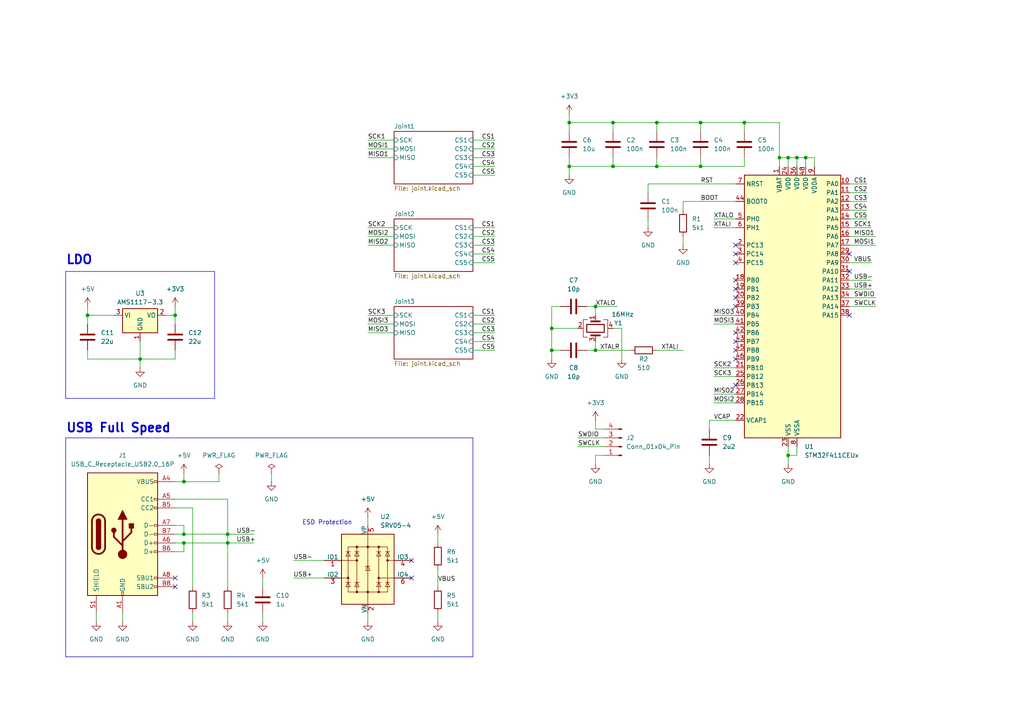
<source format=kicad_sch>
(kicad_sch (version 20231120) (generator "eeschema") (generator_version "8.0")
  (paper "A4")
  (lib_symbols
    (symbol "Connector:Conn_01x04_Pin" (pin_names (offset 1.016) hide)
      (property "Reference" "J" (at 0 5.08 0))
      (property "Value" "Conn_01x04_Pin" (at 0 -7.62 0))
      (symbol "Conn_01x04_Pin_1_1"
        (polyline (pts (xy 1.27 -5.08) (xy 0.8636 -5.08)) (stroke (width 0.1524)))
        (polyline (pts (xy 1.27 -2.54) (xy 0.8636 -2.54)) (stroke (width 0.1524)))
        (polyline (pts (xy 1.27 0) (xy 0.8636 0)) (stroke (width 0.1524)))
        (polyline (pts (xy 1.27 2.54) (xy 0.8636 2.54)) (stroke (width 0.1524)))
        (rectangle (start 0.8636 -4.953) (end 0 -5.207) (stroke (width 0.1524)) (fill (type outline)))
        (rectangle (start 0.8636 -2.413) (end 0 -2.667) (stroke (width 0.1524)) (fill (type outline)))
        (rectangle (start 0.8636 0.127) (end 0 -0.127) (stroke (width 0.1524)) (fill (type outline)))
        (rectangle (start 0.8636 2.667) (end 0 2.413) (stroke (width 0.1524)) (fill (type outline)))
        (pin passive line (at 5.08 2.54 180) (length 3.81) (name "Pin_1") (number "1"))
        (pin passive line (at 5.08 0 180) (length 3.81) (name "Pin_2") (number "2"))
        (pin passive line (at 5.08 -2.54 180) (length 3.81) (name "Pin_3") (number "3"))
        (pin passive line (at 5.08 -5.08 180) (length 3.81) (name "Pin_4") (number "4"))
      )
    )
    (symbol "Connector:USB_C_Receptacle_USB2.0_16P" (pin_names (offset 1.016))
      (property "Reference" "J" (at 0 22.225 0))
      (property "Value" "USB_C_Receptacle_USB2.0_16P" (at 0 19.685 0))
      (symbol "USB_C_Receptacle_USB2.0_16P_0_0"
        (rectangle (start -0.254 -17.78) (end 0.254 -16.764))
        (rectangle (start 10.16 -14.986) (end 9.144 -15.494))
        (rectangle (start 10.16 -12.446) (end 9.144 -12.954))
        (rectangle (start 10.16 -4.826) (end 9.144 -5.334))
        (rectangle (start 10.16 -2.286) (end 9.144 -2.794))
        (rectangle (start 10.16 0.254) (end 9.144 -0.254))
        (rectangle (start 10.16 2.794) (end 9.144 2.286))
        (rectangle (start 10.16 7.874) (end 9.144 7.366))
        (rectangle (start 10.16 10.414) (end 9.144 9.906))
        (rectangle (start 10.16 15.494) (end 9.144 14.986))
      )
      (symbol "USB_C_Receptacle_USB2.0_16P_0_1"
        (rectangle (start -10.16 17.78) (end 10.16 -17.78) (stroke (width 0.254)) (fill (type background)))
        (arc (start -8.89 -3.81) (mid -6.985 -5.7067) (end -5.08 -3.81) (stroke (width 0.508)))
        (arc (start -7.62 -3.81) (mid -6.985 -4.4423) (end -6.35 -3.81) (stroke (width 0.254)))
        (arc (start -7.62 -3.81) (mid -6.985 -4.4423) (end -6.35 -3.81) (stroke (width 0.254)) (fill (type outline)))
        (rectangle (start -7.62 -3.81) (end -6.35 3.81) (stroke (width 0.254)) (fill (type outline)))
        (arc (start -6.35 3.81) (mid -6.985 4.4423) (end -7.62 3.81) (stroke (width 0.254)))
        (arc (start -6.35 3.81) (mid -6.985 4.4423) (end -7.62 3.81) (stroke (width 0.254)) (fill (type outline)))
        (arc (start -5.08 3.81) (mid -6.985 5.7067) (end -8.89 3.81) (stroke (width 0.508)))
        (circle (center -2.54 1.143) (radius 0.635) (stroke (width 0.254)) (fill (type outline)))
        (circle (center 0 -5.842) (radius 1.27) (fill (type outline)))
        (polyline (pts (xy -8.89 -3.81) (xy -8.89 3.81)) (stroke (width 0.508)))
        (polyline (pts (xy -5.08 3.81) (xy -5.08 -3.81)) (stroke (width 0.508)))
        (polyline (pts (xy 0 -5.842) (xy 0 4.318)) (stroke (width 0.508)))
        (polyline (pts (xy 0 -3.302) (xy -2.54 -0.762) (xy -2.54 0.508)) (stroke (width 0.508)))
        (polyline (pts (xy 0 -2.032) (xy 2.54 0.508) (xy 2.54 1.778)) (stroke (width 0.508)))
        (polyline (pts (xy -1.27 4.318) (xy 0 6.858) (xy 1.27 4.318) (xy -1.27 4.318)) (stroke (width 0.254)) (fill (type outline)))
        (rectangle (start 1.905 1.778) (end 3.175 3.048) (stroke (width 0.254)) (fill (type outline)))
      )
      (symbol "USB_C_Receptacle_USB2.0_16P_1_1"
        (pin passive line (at 0 -22.86 90) (length 5.08) (name "GND") (number "A1"))
        (pin passive line (at 0 -22.86 90) (length 5.08) hide (name "GND") (number "A12"))
        (pin passive line (at 15.24 15.24 180) (length 5.08) (name "VBUS") (number "A4"))
        (pin bidirectional line (at 15.24 10.16 180) (length 5.08) (name "CC1") (number "A5"))
        (pin bidirectional line (at 15.24 -2.54 180) (length 5.08) (name "D+") (number "A6"))
        (pin bidirectional line (at 15.24 2.54 180) (length 5.08) (name "D-") (number "A7"))
        (pin bidirectional line (at 15.24 -12.7 180) (length 5.08) (name "SBU1") (number "A8"))
        (pin passive line (at 15.24 15.24 180) (length 5.08) hide (name "VBUS") (number "A9"))
        (pin passive line (at 0 -22.86 90) (length 5.08) hide (name "GND") (number "B1"))
        (pin passive line (at 0 -22.86 90) (length 5.08) hide (name "GND") (number "B12"))
        (pin passive line (at 15.24 15.24 180) (length 5.08) hide (name "VBUS") (number "B4"))
        (pin bidirectional line (at 15.24 7.62 180) (length 5.08) (name "CC2") (number "B5"))
        (pin bidirectional line (at 15.24 -5.08 180) (length 5.08) (name "D+") (number "B6"))
        (pin bidirectional line (at 15.24 0 180) (length 5.08) (name "D-") (number "B7"))
        (pin bidirectional line (at 15.24 -15.24 180) (length 5.08) (name "SBU2") (number "B8"))
        (pin passive line (at 15.24 15.24 180) (length 5.08) hide (name "VBUS") (number "B9"))
        (pin passive line (at -7.62 -22.86 90) (length 5.08) (name "SHIELD") (number "S1"))
      )
    )
    (symbol "Device:C" (pin_numbers hide) (pin_names (offset 0.254))
      (property "Reference" "C" (at 0.635 2.54 0))
      (property "Value" "C" (at 0.635 -2.54 0))
      (symbol "C_0_1"
        (polyline (pts (xy -2.032 -0.762) (xy 2.032 -0.762)) (stroke (width 0.508)))
        (polyline (pts (xy -2.032 0.762) (xy 2.032 0.762)) (stroke (width 0.508)))
      )
      (symbol "C_1_1"
        (pin passive line (at 0 3.81 270) (length 2.794) (name "~") (number "1"))
        (pin passive line (at 0 -3.81 90) (length 2.794) (name "~") (number "2"))
      )
    )
    (symbol "Device:Crystal_GND24" (pin_names (offset 1.016) hide)
      (property "Reference" "Y" (at 3.175 5.08 0))
      (property "Value" "Crystal_GND24" (at 3.175 3.175 0))
      (symbol "Crystal_GND24_0_1"
        (rectangle (start -1.143 2.54) (end 1.143 -2.54) (stroke (width 0.3048)))
        (polyline (pts (xy -2.54 0) (xy -2.032 0)))
        (polyline (pts (xy -2.032 -1.27) (xy -2.032 1.27)) (stroke (width 0.508)))
        (polyline (pts (xy 0 -3.81) (xy 0 -3.556)))
        (polyline (pts (xy 0 3.556) (xy 0 3.81)))
        (polyline (pts (xy 2.032 -1.27) (xy 2.032 1.27)) (stroke (width 0.508)))
        (polyline (pts (xy 2.032 0) (xy 2.54 0)))
        (polyline (pts (xy -2.54 -2.286) (xy -2.54 -3.556) (xy 2.54 -3.556) (xy 2.54 -2.286)))
        (polyline (pts (xy -2.54 2.286) (xy -2.54 3.556) (xy 2.54 3.556) (xy 2.54 2.286)))
      )
      (symbol "Crystal_GND24_1_1"
        (pin passive line (at -3.81 0 0) (length 1.27) (name "1") (number "1"))
        (pin passive line (at 0 5.08 270) (length 1.27) (name "2") (number "2"))
        (pin passive line (at 3.81 0 180) (length 1.27) (name "3") (number "3"))
        (pin passive line (at 0 -5.08 90) (length 1.27) (name "4") (number "4"))
      )
    )
    (symbol "Device:R" (pin_numbers hide) (pin_names (offset 0))
      (property "Reference" "R" (at 2.032 0 90))
      (property "Value" "R" (at 0 0 90))
      (symbol "R_0_1"
        (rectangle (start -1.016 -2.54) (end 1.016 2.54) (stroke (width 0.254)))
      )
      (symbol "R_1_1"
        (pin passive line (at 0 3.81 270) (length 1.27) (name "~") (number "1"))
        (pin passive line (at 0 -3.81 90) (length 1.27) (name "~") (number "2"))
      )
    )
    (symbol "GND_14" (power) (pin_numbers hide) (pin_names (offset 0) hide)
      (property "Value" "GND" (at 0 -3.81 0))
      (symbol "GND_14_0_1"
        (polyline (pts (xy 0 0) (xy 0 -1.27) (xy 1.27 -1.27) (xy 0 -2.54) (xy -1.27 -1.27) (xy 0 -1.27)))
      )
      (symbol "GND_14_1_1"
        (pin power_in line (at 0 0 270) (length 0) (name "~") (number "1"))
      )
    )
    (symbol "GND_4" (power) (pin_numbers hide) (pin_names (offset 0) hide)
      (property "Value" "GND" (at 0 -3.81 0))
      (symbol "GND_4_0_1"
        (polyline (pts (xy 0 0) (xy 0 -1.27) (xy 1.27 -1.27) (xy 0 -2.54) (xy -1.27 -1.27) (xy 0 -1.27)))
      )
      (symbol "GND_4_1_1"
        (pin power_in line (at 0 0 270) (length 0) (name "~") (number "1"))
      )
    )
    (symbol "MCU_ST_STM32F4:STM32F411CEUx"
      (property "Reference" "U" (at -12.7 39.37 0))
      (property "Value" "STM32F411CEUx" (at 10.16 39.37 0))
      (symbol "STM32F411CEUx_0_1"
        (rectangle (start -12.7 -38.1) (end 15.24 38.1) (stroke (width 0.254)) (fill (type background)))
      )
      (symbol "STM32F411CEUx_1_1"
        (pin power_in line (at -2.54 40.64 270) (length 2.54) (name "VBAT") (number "1"))
        (pin bidirectional line (at 17.78 35.56 180) (length 2.54) (name "PA0") (number "10"))
        (pin bidirectional line (at 17.78 33.02 180) (length 2.54) (name "PA1") (number "11"))
        (pin bidirectional line (at 17.78 30.48 180) (length 2.54) (name "PA2") (number "12"))
        (pin bidirectional line (at 17.78 27.94 180) (length 2.54) (name "PA3") (number "13"))
        (pin bidirectional line (at 17.78 25.4 180) (length 2.54) (name "PA4") (number "14"))
        (pin bidirectional line (at 17.78 22.86 180) (length 2.54) (name "PA5") (number "15"))
        (pin bidirectional line (at 17.78 20.32 180) (length 2.54) (name "PA6") (number "16"))
        (pin bidirectional line (at 17.78 17.78 180) (length 2.54) (name "PA7") (number "17"))
        (pin bidirectional line (at -15.24 7.62 0) (length 2.54) (name "PB0") (number "18"))
        (pin bidirectional line (at -15.24 5.08 0) (length 2.54) (name "PB1") (number "19"))
        (pin bidirectional line (at -15.24 17.78 0) (length 2.54) (name "PC13") (number "2"))
        (pin bidirectional line (at -15.24 2.54 0) (length 2.54) (name "PB2") (number "20"))
        (pin bidirectional line (at -15.24 -17.78 0) (length 2.54) (name "PB10") (number "21"))
        (pin power_out line (at -15.24 -33.02 0) (length 2.54) (name "VCAP1") (number "22"))
        (pin power_in line (at 0 -40.64 90) (length 2.54) (name "VSS") (number "23"))
        (pin power_in line (at 0 40.64 270) (length 2.54) (name "VDD") (number "24"))
        (pin bidirectional line (at -15.24 -20.32 0) (length 2.54) (name "PB12") (number "25"))
        (pin bidirectional line (at -15.24 -22.86 0) (length 2.54) (name "PB13") (number "26"))
        (pin bidirectional line (at -15.24 -25.4 0) (length 2.54) (name "PB14") (number "27"))
        (pin bidirectional line (at -15.24 -27.94 0) (length 2.54) (name "PB15") (number "28"))
        (pin bidirectional line (at 17.78 15.24 180) (length 2.54) (name "PA8") (number "29"))
        (pin bidirectional line (at -15.24 15.24 0) (length 2.54) (name "PC14") (number "3"))
        (pin bidirectional line (at 17.78 12.7 180) (length 2.54) (name "PA9") (number "30"))
        (pin bidirectional line (at 17.78 10.16 180) (length 2.54) (name "PA10") (number "31"))
        (pin bidirectional line (at 17.78 7.62 180) (length 2.54) (name "PA11") (number "32"))
        (pin bidirectional line (at 17.78 5.08 180) (length 2.54) (name "PA12") (number "33"))
        (pin bidirectional line (at 17.78 2.54 180) (length 2.54) (name "PA13") (number "34"))
        (pin passive line (at 0 -40.64 90) (length 2.54) hide (name "VSS") (number "35"))
        (pin power_in line (at 2.54 40.64 270) (length 2.54) (name "VDD") (number "36"))
        (pin bidirectional line (at 17.78 0 180) (length 2.54) (name "PA14") (number "37"))
        (pin bidirectional line (at 17.78 -2.54 180) (length 2.54) (name "PA15") (number "38"))
        (pin bidirectional line (at -15.24 0 0) (length 2.54) (name "PB3") (number "39"))
        (pin bidirectional line (at -15.24 12.7 0) (length 2.54) (name "PC15") (number "4"))
        (pin bidirectional line (at -15.24 -2.54 0) (length 2.54) (name "PB4") (number "40"))
        (pin bidirectional line (at -15.24 -5.08 0) (length 2.54) (name "PB5") (number "41"))
        (pin bidirectional line (at -15.24 -7.62 0) (length 2.54) (name "PB6") (number "42"))
        (pin bidirectional line (at -15.24 -10.16 0) (length 2.54) (name "PB7") (number "43"))
        (pin input line (at -15.24 30.48 0) (length 2.54) (name "BOOT0") (number "44"))
        (pin bidirectional line (at -15.24 -12.7 0) (length 2.54) (name "PB8") (number "45"))
        (pin bidirectional line (at -15.24 -15.24 0) (length 2.54) (name "PB9") (number "46"))
        (pin passive line (at 0 -40.64 90) (length 2.54) hide (name "VSS") (number "47"))
        (pin power_in line (at 5.08 40.64 270) (length 2.54) (name "VDD") (number "48"))
        (pin passive line (at 0 -40.64 90) (length 2.54) hide (name "VSS") (number "49"))
        (pin bidirectional line (at -15.24 25.4 0) (length 2.54) (name "PH0") (number "5"))
        (pin bidirectional line (at -15.24 22.86 0) (length 2.54) (name "PH1") (number "6"))
        (pin input line (at -15.24 35.56 0) (length 2.54) (name "NRST") (number "7"))
        (pin power_in line (at 2.54 -40.64 90) (length 2.54) (name "VSSA") (number "8"))
        (pin power_in line (at 7.62 40.64 270) (length 2.54) (name "VDDA") (number "9"))
      )
    )
    (symbol "Power_Protection:SRV05-4" (pin_names (offset 0))
      (property "Reference" "U" (at -5.08 11.43 0))
      (property "Value" "SRV05-4" (at 2.54 11.43 0))
      (symbol "SRV05-4_0_0"
        (rectangle (start -5.715 6.477) (end 5.715 -6.604))
        (polyline (pts (xy -3.175 -6.604) (xy -3.175 6.477)))
        (polyline (pts (xy 3.175 6.477) (xy 3.175 -6.604)))
      )
      (symbol "SRV05-4_0_1"
        (rectangle (start -7.62 10.16) (end 7.62 -10.16) (stroke (width 0.254)) (fill (type background)))
        (circle (center -5.715 -2.54) (radius 0.2794) (fill (type outline)))
        (circle (center -3.175 -6.604) (radius 0.2794) (fill (type outline)))
        (circle (center -3.175 2.54) (radius 0.2794) (fill (type outline)))
        (circle (center -3.175 6.477) (radius 0.2794) (fill (type outline)))
        (circle (center 0 -6.604) (radius 0.2794) (fill (type outline)))
        (polyline (pts (xy -7.747 2.54) (xy -3.175 2.54)))
        (polyline (pts (xy -7.62 -2.54) (xy -5.715 -2.54)))
        (polyline (pts (xy -5.08 -3.81) (xy -6.35 -3.81)))
        (polyline (pts (xy -5.08 5.08) (xy -6.35 5.08)))
        (polyline (pts (xy -2.54 -3.81) (xy -3.81 -3.81)))
        (polyline (pts (xy -2.54 5.08) (xy -3.81 5.08)))
        (polyline (pts (xy 0 10.16) (xy 0 -10.16)))
        (polyline (pts (xy 3.81 -3.81) (xy 2.54 -3.81)))
        (polyline (pts (xy 3.81 5.08) (xy 2.54 5.08)))
        (polyline (pts (xy 6.35 -3.81) (xy 5.08 -3.81)))
        (polyline (pts (xy 6.35 5.08) (xy 5.08 5.08)))
        (polyline (pts (xy 7.62 -2.54) (xy 3.175 -2.54)))
        (polyline (pts (xy 7.62 2.54) (xy 5.715 2.54)))
        (polyline (pts (xy 0.635 0.889) (xy -0.635 0.889) (xy -0.635 0.635)))
        (polyline (pts (xy -5.08 -5.08) (xy -6.35 -5.08) (xy -5.715 -3.81) (xy -5.08 -5.08)))
        (polyline (pts (xy -5.08 3.81) (xy -6.35 3.81) (xy -5.715 5.08) (xy -5.08 3.81)))
        (polyline (pts (xy -2.54 -5.08) (xy -3.81 -5.08) (xy -3.175 -3.81) (xy -2.54 -5.08)))
        (polyline (pts (xy -2.54 3.81) (xy -3.81 3.81) (xy -3.175 5.08) (xy -2.54 3.81)))
        (polyline (pts (xy 0.635 -0.381) (xy -0.635 -0.381) (xy 0 0.889) (xy 0.635 -0.381)))
        (polyline (pts (xy 3.81 -5.08) (xy 2.54 -5.08) (xy 3.175 -3.81) (xy 3.81 -5.08)))
        (polyline (pts (xy 3.81 3.81) (xy 2.54 3.81) (xy 3.175 5.08) (xy 3.81 3.81)))
        (polyline (pts (xy 6.35 -5.08) (xy 5.08 -5.08) (xy 5.715 -3.81) (xy 6.35 -5.08)))
        (polyline (pts (xy 6.35 3.81) (xy 5.08 3.81) (xy 5.715 5.08) (xy 6.35 3.81)))
        (circle (center 0 6.477) (radius 0.2794) (fill (type outline)))
        (circle (center 3.175 -6.604) (radius 0.2794) (fill (type outline)))
        (circle (center 3.175 -2.54) (radius 0.2794) (fill (type outline)))
        (circle (center 3.175 6.477) (radius 0.2794) (fill (type outline)))
        (circle (center 5.715 2.54) (radius 0.2794) (fill (type outline)))
      )
      (symbol "SRV05-4_1_1"
        (pin passive line (at -12.7 2.54 0) (length 5.08) (name "IO1") (number "1"))
        (pin passive line (at 0 -12.7 90) (length 2.54) (name "VN") (number "2"))
        (pin passive line (at -12.7 -2.54 0) (length 5.08) (name "IO2") (number "3"))
        (pin passive line (at 12.7 2.54 180) (length 5.08) (name "IO3") (number "4"))
        (pin passive line (at 0 12.7 270) (length 2.54) (name "VP") (number "5"))
        (pin passive line (at 12.7 -2.54 180) (length 5.08) (name "IO4") (number "6"))
      )
    )
    (symbol "Regulator_Linear:AMS1117-3.3"
      (property "Reference" "U" (at -3.81 3.175 0))
      (property "Value" "AMS1117-3.3" (at 0 3.175 0))
      (symbol "AMS1117-3.3_0_1"
        (rectangle (start -5.08 -5.08) (end 5.08 1.905) (stroke (width 0.254)) (fill (type background)))
      )
      (symbol "AMS1117-3.3_1_1"
        (pin power_in line (at 0 -7.62 90) (length 2.54) (name "GND") (number "1"))
        (pin power_out line (at 7.62 0 180) (length 2.54) (name "VO") (number "2"))
        (pin power_in line (at -7.62 0 0) (length 2.54) (name "VI") (number "3"))
      )
    )
    (symbol "VBUS_3" (power) (pin_numbers hide) (pin_names (offset 0) hide)
      (property "Value" "VBUS" (at 0 3.556 0))
      (symbol "VBUS_3_0_1"
        (polyline (pts (xy -0.762 1.27) (xy 0 2.54)))
        (polyline (pts (xy 0 0) (xy 0 2.54)))
        (polyline (pts (xy 0 2.54) (xy 0.762 1.27)))
      )
      (symbol "VBUS_3_1_1"
        (pin power_in line (at 0 0 90) (length 0) (name "~") (number "1"))
      )
    )
    (symbol "power:+3V3" (power) (pin_numbers hide) (pin_names (offset 0) hide)
      (property "Value" "+3V3" (at 0 3.556 0))
      (symbol "+3V3_0_1"
        (polyline (pts (xy -0.762 1.27) (xy 0 2.54)))
        (polyline (pts (xy 0 0) (xy 0 2.54)))
        (polyline (pts (xy 0 2.54) (xy 0.762 1.27)))
      )
      (symbol "+3V3_1_1"
        (pin power_in line (at 0 0 90) (length 0) (name "~") (number "1"))
      )
    )
    (symbol "power:GND" (power) (pin_numbers hide) (pin_names (offset 0) hide)
      (property "Value" "GND" (at 0 -3.81 0))
      (symbol "GND_0_1"
        (polyline (pts (xy 0 0) (xy 0 -1.27) (xy 1.27 -1.27) (xy 0 -2.54) (xy -1.27 -1.27) (xy 0 -1.27)))
      )
      (symbol "GND_1_1"
        (pin power_in line (at 0 0 270) (length 0) (name "~") (number "1"))
      )
    )
    (symbol "power:PWR_FLAG" (power) (pin_numbers hide) (pin_names (offset 0) hide)
      (property "Value" "PWR_FLAG" (at 0 3.81 0))
      (symbol "PWR_FLAG_0_0"
        (pin power_out line (at 0 0 90) (length 0) (name "~") (number "1"))
      )
      (symbol "PWR_FLAG_0_1"
        (polyline (pts (xy 0 0) (xy 0 1.27) (xy -1.016 1.905) (xy 0 2.54) (xy 1.016 1.905) (xy 0 1.27)))
      )
    )
  )
  (junction (at 160.02 101.6))
  (junction (at 50.8 91.44))
  (junction (at 165.1 35.56))
  (junction (at 53.34 157.48))
  (junction (at 40.64 104.14))
  (junction (at 203.2 35.56))
  (junction (at 165.1 48.26))
  (junction (at 172.72 88.9))
  (junction (at 190.5 35.56))
  (junction (at 177.8 35.56))
  (junction (at 25.4 91.44))
  (junction (at 172.72 101.6))
  (junction (at 66.04 154.94))
  (junction (at 231.14 45.72))
  (junction (at 160.02 95.25))
  (junction (at 228.6 45.72))
  (junction (at 53.34 154.94))
  (junction (at 53.34 139.7))
  (junction (at 226.06 45.72))
  (junction (at 66.04 157.48))
  (junction (at 233.68 45.72))
  (junction (at 177.8 48.26))
  (junction (at 228.6 132.08))
  (junction (at 190.5 48.26))
  (junction (at 215.9 35.56))
  (junction (at 203.2 48.26))
  (no_connect (at 119.38 162.56))
  (no_connect (at 213.36 99.06))
  (no_connect (at 213.36 101.6))
  (no_connect (at 213.36 73.66))
  (no_connect (at 119.38 167.64))
  (no_connect (at 246.38 91.44))
  (no_connect (at 50.8 167.64))
  (no_connect (at 246.38 78.74))
  (no_connect (at 246.38 73.66))
  (no_connect (at 213.36 71.12))
  (no_connect (at 213.36 86.36))
  (no_connect (at 213.36 111.76))
  (no_connect (at 213.36 96.52))
  (no_connect (at 213.36 81.28))
  (no_connect (at 213.36 104.14))
  (no_connect (at 213.36 76.2))
  (no_connect (at 50.8 170.18))
  (no_connect (at 213.36 88.9))
  (no_connect (at 213.36 83.82))
  (wire (pts (xy 207.01 116.84) (xy 213.36 116.84)))
  (wire (pts (xy 198.12 68.58) (xy 198.12 71.12)))
  (wire (pts (xy 106.68 40.64) (xy 114.3 40.64)))
  (wire (pts (xy 53.34 154.94) (xy 66.04 154.94)))
  (polyline (pts (xy 100.33 127) (xy 137.16 127)))
  (wire (pts (xy 137.16 76.2) (xy 143.51 76.2)))
  (wire (pts (xy 172.72 88.9) (xy 179.07 88.9)))
  (wire (pts (xy 246.38 71.12) (xy 254 71.12)))
  (wire (pts (xy 50.8 160.02) (xy 53.34 160.02)))
  (wire (pts (xy 172.72 88.9) (xy 170.18 88.9)))
  (wire (pts (xy 213.36 58.42) (xy 198.12 58.42)))
  (polyline (pts (xy 19.05 115.57) (xy 19.05 78.74)))
  (wire (pts (xy 66.04 154.94) (xy 66.04 157.48)))
  (wire (pts (xy 78.74 137.16) (xy 78.74 139.7)))
  (wire (pts (xy 50.8 91.44) (xy 50.8 93.98)))
  (wire (pts (xy 228.6 45.72) (xy 228.6 48.26)))
  (wire (pts (xy 55.88 177.8) (xy 55.88 180.34)))
  (wire (pts (xy 137.16 50.8) (xy 143.51 50.8)))
  (wire (pts (xy 53.34 139.7) (xy 50.8 139.7)))
  (wire (pts (xy 177.8 48.26) (xy 190.5 48.26)))
  (wire (pts (xy 190.5 35.56) (xy 190.5 38.1)))
  (wire (pts (xy 203.2 48.26) (xy 203.2 45.72)))
  (wire (pts (xy 246.38 68.58) (xy 254 68.58)))
  (polyline (pts (xy 19.05 190.5) (xy 19.05 127)))
  (wire (pts (xy 63.5 137.16) (xy 63.5 139.7)))
  (wire (pts (xy 50.8 91.44) (xy 48.26 91.44)))
  (wire (pts (xy 160.02 104.14) (xy 160.02 101.6)))
  (polyline (pts (xy 19.05 127) (xy 100.33 127)))
  (wire (pts (xy 106.68 93.98) (xy 114.3 93.98)))
  (wire (pts (xy 246.38 81.28) (xy 252.73 81.28)))
  (wire (pts (xy 106.68 66.04) (xy 114.3 66.04)))
  (wire (pts (xy 190.5 48.26) (xy 190.5 45.72)))
  (wire (pts (xy 137.16 93.98) (xy 143.51 93.98)))
  (wire (pts (xy 172.72 132.08) (xy 172.72 134.62)))
  (wire (pts (xy 165.1 45.72) (xy 165.1 48.26)))
  (wire (pts (xy 165.1 35.56) (xy 165.1 38.1)))
  (wire (pts (xy 25.4 104.14) (xy 40.64 104.14)))
  (wire (pts (xy 226.06 45.72) (xy 228.6 45.72)))
  (wire (pts (xy 137.16 45.72) (xy 143.51 45.72)))
  (wire (pts (xy 137.16 101.6) (xy 143.51 101.6)))
  (wire (pts (xy 160.02 95.25) (xy 160.02 88.9)))
  (wire (pts (xy 233.68 45.72) (xy 236.22 45.72)))
  (wire (pts (xy 40.64 99.06) (xy 40.64 104.14)))
  (wire (pts (xy 165.1 48.26) (xy 177.8 48.26)))
  (wire (pts (xy 50.8 154.94) (xy 53.34 154.94)))
  (wire (pts (xy 66.04 154.94) (xy 73.66 154.94)))
  (wire (pts (xy 172.72 101.6) (xy 182.88 101.6)))
  (wire (pts (xy 180.34 95.25) (xy 177.8 95.25)))
  (wire (pts (xy 246.38 63.5) (xy 251.46 63.5)))
  (wire (pts (xy 53.34 157.48) (xy 66.04 157.48)))
  (wire (pts (xy 207.01 66.04) (xy 213.36 66.04)))
  (wire (pts (xy 246.38 55.88) (xy 251.46 55.88)))
  (wire (pts (xy 106.68 177.8) (xy 106.68 180.34)))
  (wire (pts (xy 236.22 45.72) (xy 236.22 48.26)))
  (wire (pts (xy 55.88 170.18) (xy 55.88 147.32)))
  (wire (pts (xy 76.2 167.64) (xy 76.2 170.18)))
  (wire (pts (xy 226.06 45.72) (xy 226.06 35.56)))
  (wire (pts (xy 137.16 99.06) (xy 143.51 99.06)))
  (wire (pts (xy 231.14 45.72) (xy 231.14 48.26)))
  (wire (pts (xy 177.8 45.72) (xy 177.8 48.26)))
  (wire (pts (xy 66.04 177.8) (xy 66.04 180.34)))
  (wire (pts (xy 203.2 35.56) (xy 203.2 38.1)))
  (wire (pts (xy 25.4 101.6) (xy 25.4 104.14)))
  (wire (pts (xy 187.96 63.5) (xy 187.96 66.04)))
  (wire (pts (xy 137.16 66.04) (xy 143.51 66.04)))
  (wire (pts (xy 137.16 43.18) (xy 143.51 43.18)))
  (wire (pts (xy 106.68 43.18) (xy 114.3 43.18)))
  (wire (pts (xy 165.1 33.02) (xy 165.1 35.56)))
  (wire (pts (xy 172.72 132.08) (xy 175.26 132.08)))
  (wire (pts (xy 207.01 109.22) (xy 213.36 109.22)))
  (wire (pts (xy 55.88 147.32) (xy 50.8 147.32)))
  (wire (pts (xy 25.4 93.98) (xy 25.4 91.44)))
  (wire (pts (xy 198.12 58.42) (xy 198.12 60.96)))
  (wire (pts (xy 137.16 68.58) (xy 143.51 68.58)))
  (wire (pts (xy 207.01 63.5) (xy 213.36 63.5)))
  (wire (pts (xy 172.72 124.46) (xy 175.26 124.46)))
  (wire (pts (xy 205.74 124.46) (xy 205.74 121.92)))
  (wire (pts (xy 177.8 35.56) (xy 190.5 35.56)))
  (wire (pts (xy 63.5 139.7) (xy 53.34 139.7)))
  (wire (pts (xy 207.01 106.68) (xy 213.36 106.68)))
  (wire (pts (xy 66.04 157.48) (xy 73.66 157.48)))
  (wire (pts (xy 190.5 101.6) (xy 198.12 101.6)))
  (wire (pts (xy 228.6 129.54) (xy 228.6 132.08)))
  (wire (pts (xy 53.34 152.4) (xy 53.34 154.94)))
  (wire (pts (xy 246.38 60.96) (xy 251.46 60.96)))
  (wire (pts (xy 106.68 71.12) (xy 114.3 71.12)))
  (wire (pts (xy 160.02 101.6) (xy 160.02 95.25)))
  (wire (pts (xy 40.64 104.14) (xy 40.64 106.68)))
  (wire (pts (xy 85.09 162.56) (xy 93.98 162.56)))
  (wire (pts (xy 215.9 35.56) (xy 226.06 35.56)))
  (polyline (pts (xy 62.23 115.57) (xy 19.05 115.57)))
  (wire (pts (xy 35.56 177.8) (xy 35.56 180.34)))
  (wire (pts (xy 205.74 132.08) (xy 205.74 134.62)))
  (wire (pts (xy 66.04 144.78) (xy 66.04 154.94)))
  (wire (pts (xy 66.04 157.48) (xy 66.04 170.18)))
  (polyline (pts (xy 22.86 78.74) (xy 62.23 78.74)))
  (wire (pts (xy 187.96 55.88) (xy 187.96 53.34)))
  (wire (pts (xy 53.34 160.02) (xy 53.34 157.48)))
  (wire (pts (xy 228.6 132.08) (xy 231.14 132.08)))
  (wire (pts (xy 160.02 88.9) (xy 162.56 88.9)))
  (polyline (pts (xy 137.16 190.5) (xy 19.05 190.5)))
  (wire (pts (xy 233.68 45.72) (xy 233.68 48.26)))
  (wire (pts (xy 167.64 127) (xy 175.26 127)))
  (wire (pts (xy 165.1 48.26) (xy 165.1 50.8)))
  (wire (pts (xy 172.72 91.44) (xy 172.72 88.9)))
  (wire (pts (xy 172.72 101.6) (xy 170.18 101.6)))
  (polyline (pts (xy 19.05 78.74) (xy 22.86 78.74)))
  (wire (pts (xy 172.72 99.06) (xy 172.72 101.6)))
  (wire (pts (xy 228.6 45.72) (xy 231.14 45.72)))
  (wire (pts (xy 160.02 101.6) (xy 162.56 101.6)))
  (wire (pts (xy 85.09 167.64) (xy 93.98 167.64)))
  (wire (pts (xy 167.64 129.54) (xy 175.26 129.54)))
  (wire (pts (xy 226.06 48.26) (xy 226.06 45.72)))
  (wire (pts (xy 203.2 48.26) (xy 215.9 48.26)))
  (wire (pts (xy 190.5 48.26) (xy 203.2 48.26)))
  (wire (pts (xy 137.16 73.66) (xy 143.51 73.66)))
  (wire (pts (xy 50.8 144.78) (xy 66.04 144.78)))
  (wire (pts (xy 137.16 40.64) (xy 143.51 40.64)))
  (wire (pts (xy 190.5 35.56) (xy 203.2 35.56)))
  (wire (pts (xy 127 177.8) (xy 127 180.34)))
  (wire (pts (xy 137.16 91.44) (xy 143.51 91.44)))
  (wire (pts (xy 228.6 132.08) (xy 228.6 134.62)))
  (wire (pts (xy 187.96 53.34) (xy 213.36 53.34)))
  (polyline (pts (xy 137.16 127) (xy 137.16 190.5)))
  (wire (pts (xy 40.64 104.14) (xy 50.8 104.14)))
  (wire (pts (xy 246.38 66.04) (xy 252.73 66.04)))
  (wire (pts (xy 127 165.1) (xy 127 170.18)))
  (wire (pts (xy 207.01 93.98) (xy 213.36 93.98)))
  (wire (pts (xy 27.94 177.8) (xy 27.94 180.34)))
  (wire (pts (xy 25.4 88.9) (xy 25.4 91.44)))
  (wire (pts (xy 177.8 35.56) (xy 177.8 38.1)))
  (wire (pts (xy 246.38 58.42) (xy 251.46 58.42)))
  (wire (pts (xy 106.68 68.58) (xy 114.3 68.58)))
  (wire (pts (xy 246.38 86.36) (xy 254 86.36)))
  (wire (pts (xy 231.14 45.72) (xy 233.68 45.72)))
  (wire (pts (xy 246.38 83.82) (xy 252.73 83.82)))
  (wire (pts (xy 215.9 35.56) (xy 215.9 38.1)))
  (wire (pts (xy 50.8 152.4) (xy 53.34 152.4)))
  (wire (pts (xy 215.9 48.26) (xy 215.9 45.72)))
  (polyline (pts (xy 62.23 78.74) (xy 62.23 115.57)))
  (wire (pts (xy 106.68 96.52) (xy 114.3 96.52)))
  (wire (pts (xy 106.68 149.86) (xy 106.68 152.4)))
  (wire (pts (xy 106.68 91.44) (xy 114.3 91.44)))
  (wire (pts (xy 246.38 53.34) (xy 251.46 53.34)))
  (wire (pts (xy 137.16 48.26) (xy 143.51 48.26)))
  (wire (pts (xy 165.1 35.56) (xy 177.8 35.56)))
  (wire (pts (xy 172.72 121.92) (xy 172.72 124.46)))
  (wire (pts (xy 53.34 137.16) (xy 53.34 139.7)))
  (wire (pts (xy 50.8 157.48) (xy 53.34 157.48)))
  (wire (pts (xy 231.14 132.08) (xy 231.14 129.54)))
  (wire (pts (xy 160.02 95.25) (xy 167.64 95.25)))
  (wire (pts (xy 203.2 35.56) (xy 215.9 35.56)))
  (wire (pts (xy 127 154.94) (xy 127 157.48)))
  (wire (pts (xy 76.2 177.8) (xy 76.2 180.34)))
  (wire (pts (xy 207.01 114.3) (xy 213.36 114.3)))
  (wire (pts (xy 137.16 71.12) (xy 143.51 71.12)))
  (wire (pts (xy 50.8 104.14) (xy 50.8 101.6)))
  (wire (pts (xy 106.68 45.72) (xy 114.3 45.72)))
  (wire (pts (xy 207.01 91.44) (xy 213.36 91.44)))
  (wire (pts (xy 205.74 121.92) (xy 213.36 121.92)))
  (wire (pts (xy 25.4 91.44) (xy 33.02 91.44)))
  (wire (pts (xy 246.38 88.9) (xy 254 88.9)))
  (wire (pts (xy 180.34 95.25) (xy 180.34 104.14)))
  (wire (pts (xy 246.38 76.2) (xy 252.73 76.2)))
  (wire (pts (xy 50.8 88.9) (xy 50.8 91.44)))
  (wire (pts (xy 137.16 96.52) (xy 143.51 96.52)))
  (text "USB Full Speed" (at 19.05 125.73 0) (effects (font (size 2.54 2.54) (thickness 0.508) (bold yes)) (justify left bottom)))
  (text "LDO" (at 19.05 76.962 0) (effects (font (size 2.54 2.54) (thickness 0.508) (bold yes)) (justify left bottom)))
  (text "ESD Protection" (at 87.63 152.4 0) (effects (font (size 1.27 1.27)) (justify left bottom)))
  (label "CS4" (at 139.7 99.06 0))
  (label "USB-" (at 247.65 81.28 0))
  (label "CS5" (at 139.7 101.6 0))
  (label "USB+" (at 247.6028 83.82 0))
  (label "SCK3" (at 207.01 109.22 0))
  (label "MISO1" (at 106.68 45.72 0))
  (label "CS3" (at 139.7 96.52 0))
  (label "SCK1" (at 247.65 66.04 0))
  (label "SCK3" (at 106.68 91.44 0))
  (label "VBUS" (at 127 168.91 0))
  (label "MISO2" (at 106.68 71.12 0))
  (label "XTALR" (at 173.99 101.6 0))
  (label "MOSI3" (at 106.68 93.98 0))
  (label "CS1" (at 139.7 66.04 0))
  (label "XTALI" (at 191.77 101.6 0))
  (label "USB-" (at 85.09 162.56 0))
  (label "MOSI2" (at 106.68 68.58 0))
  (label "CS4" (at 247.65 60.96 0))
  (label "MOSI2" (at 207.01 116.84 0))
  (label "RST" (at 203.2 53.34 0))
  (label "XTALI" (at 207.01 66.04 0))
  (label "CS1" (at 139.7 91.44 0))
  (label "MISO3" (at 106.68 96.52 0))
  (label "CS3" (at 247.65 58.42 0))
  (label "SWDIO" (at 167.64 127 0))
  (label "MOSI1" (at 247.65 71.12 0))
  (label "CS2" (at 139.7 68.58 0))
  (label "CS4" (at 139.7 73.66 0))
  (label "MOSI1" (at 106.68 43.18 0))
  (label "CS2" (at 139.7 93.98 0))
  (label "USB-" (at 68.58 154.94 0))
  (label "CS3" (at 139.7 71.12 0))
  (label "USB+" (at 85.09 167.64 0))
  (label "USB+" (at 68.58 157.48 0))
  (label "SWCLK" (at 247.65 88.9 0))
  (label "CS4" (at 139.7 48.26 0))
  (label "BOOT" (at 203.2 58.42 0))
  (label "CS5" (at 247.65 63.5 0))
  (label "SWCLK" (at 167.64 129.54 0))
  (label "VCAP" (at 207.01 121.92 0))
  (label "CS1" (at 139.7 40.64 0))
  (label "MISO2" (at 207.01 114.3 0))
  (label "CS2" (at 139.7 43.18 0))
  (label "SCK2" (at 106.68 66.04 0))
  (label "MISO1" (at 247.65 68.58 0))
  (label "SCK1" (at 106.68 40.64 0))
  (label "MOSI3" (at 207.01 93.98 0))
  (label "CS3" (at 139.7 45.72 0))
  (label "CS2" (at 247.65 55.88 0))
  (label "SCK2" (at 207.01 106.68 0))
  (label "CS5" (at 139.7 76.2 0))
  (label "CS1" (at 247.65 53.34 0))
  (label "MISO3" (at 207.01 91.44 0))
  (label "CS5" (at 139.7 50.8 0))
  (label "XTALO" (at 172.72 88.9 0))
  (label "SWDIO" (at 247.65 86.36 0))
  (label "XTALO" (at 207.01 63.5 0))
  (label "VBUS" (at 247.65 76.2 0))
  (symbol (lib_id "power:+3V3") (at 165.1 33.02 0) (unit 1)
    (property "Reference" "#PWR015" (effects (hide yes)))
    (property "Value" "+3V3" (at 165.1 27.94 0))
    (property "Description" "Power symbol creates a global label with name \"+3V3\"" (effects (hide yes)))
  )
  (symbol (lib_id "power:GND") (at 55.88 180.34 0) (unit 1)
    (property "Reference" "#PWR08" (effects (hide yes)))
    (property "Value" "GND" (at 55.88 185.42 0))
  )
  (symbol (lib_id "Device:C") (at 215.9 41.91 0) (unit 1)
    (property "Reference" "C5" (at 219.71 40.6399 0) (effects (justify left)))
    (property "Value" "100n" (at 219.71 43.1799 0) (effects (justify left)))
    (property "Footprint" "Capacitor_SMD:C_0402_1005Metric" (effects (hide yes)))
    (property "Description" "Unpolarized capacitor" (effects (hide yes)))
    (property "LCSC" "C1525" (effects (hide yes)))
  )
  (symbol (lib_id "Device:C") (at 166.37 88.9 90) (unit 1)
    (property "Reference" "C7" (at 166.37 81.28 90))
    (property "Value" "10p" (at 166.37 83.82 90))
    (property "Footprint" "Capacitor_SMD:C_0402_1005Metric" (effects (hide yes)))
    (property "LCSC" "C32949" (effects (hide yes)))
  )
  (symbol (lib_name "VBUS_3") (lib_id "power:VBUS") (at 25.4 88.9 0) (unit 1)
    (property "Reference" "#PWR020" (effects (hide yes)))
    (property "Value" "+5V" (at 25.4 83.82 0))
    (property "Description" "Power symbol creates a global label with name \"VBUS\"" (effects (hide yes)))
  )
  (symbol (lib_id "Device:C") (at 50.8 97.79 0) (unit 1)
    (property "Reference" "C12" (at 54.61 96.5199 0) (effects (justify left)))
    (property "Value" "22u" (at 54.61 99.0599 0) (effects (justify left)))
    (property "Footprint" "Capacitor_SMD:C_0603_1608Metric" (effects (hide yes)))
    (property "Description" "Unpolarized capacitor" (effects (hide yes)))
    (property "LCSC" "C59461" (effects (hide yes)))
  )
  (symbol (lib_id "Device:C") (at 203.2 41.91 0) (unit 1)
    (property "Reference" "C4" (at 207.01 40.6399 0) (effects (justify left)))
    (property "Value" "100n" (at 207.01 43.1799 0) (effects (justify left)))
    (property "Footprint" "Capacitor_SMD:C_0402_1005Metric" (effects (hide yes)))
    (property "Description" "Unpolarized capacitor" (effects (hide yes)))
    (property "LCSC" "C1525" (effects (hide yes)))
  )
  (symbol (lib_id "power:GND") (at 66.04 180.34 0) (unit 1)
    (property "Reference" "#PWR09" (effects (hide yes)))
    (property "Value" "GND" (at 66.04 185.42 0))
  )
  (symbol (lib_name "VBUS_3") (lib_id "power:VBUS") (at 106.68 149.86 0) (unit 1)
    (property "Reference" "#PWR04" (effects (hide yes)))
    (property "Value" "+5V" (at 106.68 144.78 0))
    (property "Description" "Power symbol creates a global label with name \"VBUS\"" (effects (hide yes)))
  )
  (symbol (lib_id "Connector:USB_C_Receptacle_USB2.0_16P") (at 35.56 154.94 0) (unit 1)
    (property "Reference" "J1" (at 35.56 132.08 0))
    (property "Value" "USB_C_Receptacle_USB2.0_16P" (at 35.56 134.62 0))
    (property "Footprint" "Connector_USB:USB_C_Receptacle_GCT_USB4105-xx-A_16P_TopMnt_Horizontal" (effects (hide yes)))
    (property "Datasheet" "https://www.usb.org/sites/default/files/documents/usb_type-c.zip" (effects (hide yes)))
    (property "Description" "USB 2.0-only 16P Type-C Receptacle connector" (effects (hide yes)))
    (property "LCSC" "C2765186" (effects (hide yes)))
  )
  (symbol (lib_id "power:GND") (at 198.12 71.12 0) (unit 1)
    (property "Reference" "#PWR012" (effects (hide yes)))
    (property "Value" "GND" (at 198.12 76.2 0))
    (property "Description" "Power symbol creates a global label with name \"GND\" , ground" (effects (hide yes)))
  )
  (symbol (lib_id "Device:R") (at 55.88 173.99 0) (unit 1)
    (property "Reference" "R3" (at 58.42 172.72 0) (effects (justify left)))
    (property "Value" "5k1" (at 58.42 175.26 0) (effects (justify left)))
    (property "Footprint" "Resistor_SMD:R_0402_1005Metric" (effects (hide yes)))
    (property "LCSC" "C25905" (effects (hide yes)))
  )
  (symbol (lib_id "power:PWR_FLAG") (at 78.74 137.16 0) (unit 1)
    (property "Reference" "#FLG02" (effects (hide yes)))
    (property "Value" "PWR_FLAG" (at 78.74 132.08 0))
    (property "Description" "Special symbol for telling ERC where power comes from" (effects (hide yes)))
  )
  (symbol (lib_name "VBUS_3") (lib_id "power:VBUS") (at 53.34 137.16 0) (unit 1)
    (property "Reference" "#PWR02" (effects (hide yes)))
    (property "Value" "+5V" (at 53.34 132.08 0))
    (property "Description" "Power symbol creates a global label with name \"VBUS\"" (effects (hide yes)))
  )
  (symbol (lib_id "Device:C") (at 25.4 97.79 0) (unit 1)
    (property "Reference" "C11" (at 29.21 96.5199 0) (effects (justify left)))
    (property "Value" "22u" (at 29.21 99.0599 0) (effects (justify left)))
    (property "Footprint" "Capacitor_SMD:C_0805_2012Metric" (effects (hide yes)))
    (property "Description" "Unpolarized capacitor" (effects (hide yes)))
    (property "LCSC" "C45783" (effects (hide yes)))
  )
  (symbol (lib_name "VBUS_3") (lib_id "power:VBUS") (at 127 154.94 0) (unit 1)
    (property "Reference" "#PWR024" (effects (hide yes)))
    (property "Value" "+5V" (at 127 149.86 0))
    (property "Description" "Power symbol creates a global label with name \"VBUS\"" (effects (hide yes)))
  )
  (symbol (lib_id "power:GND") (at 165.1 50.8 0) (unit 1)
    (property "Reference" "#PWR014" (effects (hide yes)))
    (property "Value" "GND" (at 165.1 55.88 0))
    (property "Description" "Power symbol creates a global label with name \"GND\" , ground" (effects (hide yes)))
  )
  (symbol (lib_id "Device:C") (at 165.1 41.91 0) (unit 1)
    (property "Reference" "C6" (at 168.91 40.6399 0) (effects (justify left)))
    (property "Value" "10u" (at 168.91 43.1799 0) (effects (justify left)))
    (property "Footprint" "Capacitor_SMD:C_0402_1005Metric" (effects (hide yes)))
    (property "Description" "Unpolarized capacitor" (effects (hide yes)))
    (property "LCSC" "C15525" (effects (hide yes)))
  )
  (symbol (lib_id "power:GND") (at 35.56 180.34 0) (unit 1)
    (property "Reference" "#PWR07" (effects (hide yes)))
    (property "Value" "GND" (at 35.56 185.42 0))
  )
  (symbol (lib_id "power:GND") (at 27.94 180.34 0) (unit 1)
    (property "Reference" "#PWR06" (effects (hide yes)))
    (property "Value" "GND" (at 27.94 185.42 0))
  )
  (symbol (lib_id "Device:R") (at 186.69 101.6 90) (unit 1)
    (property "Reference" "R2" (at 186.69 104.14 90))
    (property "Value" "510" (at 186.69 106.68 90))
    (property "Footprint" "Resistor_SMD:R_0402_1005Metric" (effects (hide yes)))
    (property "LCSC" "C25123" (effects (hide yes)))
  )
  (symbol (lib_id "power:GND") (at 40.64 106.68 0) (unit 1)
    (property "Reference" "#PWR022" (effects (hide yes)))
    (property "Value" "GND" (at 40.64 111.76 0))
    (property "Description" "Power symbol creates a global label with name \"GND\" , ground" (effects (hide yes)))
  )
  (symbol (lib_id "MCU_ST_STM32F4:STM32F411CEUx") (at 228.6 88.9 0) (unit 1)
    (property "Reference" "U1" (at 233.3341 129.54 0) (effects (justify left)))
    (property "Value" "STM32F411CEUx" (at 233.3341 132.08 0) (effects (justify left)))
    (property "Footprint" "Package_DFN_QFN:QFN-48-1EP_7x7mm_P0.5mm_EP5.6x5.6mm" (effects (hide yes)))
    (property "Datasheet" "https://www.st.com/resource/en/datasheet/stm32f411ce.pdf" (effects (hide yes)))
    (property "Description" "STMicroelectronics Arm Cortex-M4 MCU, 512KB flash, 128KB RAM, 100 MHz, 1.7-3.6V, 36 GPIO, UFQFPN48" (effects (hide yes)))
    (property "LCSC" "C60420" (effects (hide yes)))
  )
  (symbol (lib_id "Device:R") (at 127 161.29 0) (unit 1)
    (property "Reference" "R6" (at 129.54 160.02 0) (effects (justify left)))
    (property "Value" "5k1" (at 129.54 162.56 0) (effects (justify left)))
    (property "Footprint" "Resistor_SMD:R_0402_1005Metric" (effects (hide yes)))
    (property "LCSC" "C25905" (effects (hide yes)))
  )
  (symbol (lib_id "Device:C") (at 166.37 101.6 90) (unit 1)
    (property "Reference" "C8" (at 166.37 106.68 90))
    (property "Value" "10p" (at 166.37 109.22 90))
    (property "Footprint" "Capacitor_SMD:C_0402_1005Metric" (effects (hide yes)))
    (property "LCSC" "C32949" (effects (hide yes)))
  )
  (symbol (lib_id "power:GND") (at 106.68 180.34 0) (unit 1)
    (property "Reference" "#PWR010" (effects (hide yes)))
    (property "Value" "GND" (at 106.68 185.42 0))
  )
  (symbol (lib_id "power:GND") (at 228.6 134.62 0) (unit 1)
    (property "Reference" "#PWR01" (effects (hide yes)))
    (property "Value" "GND" (at 228.6 139.7 0))
    (property "Description" "Power symbol creates a global label with name \"GND\" , ground" (effects (hide yes)))
  )
  (symbol (lib_id "power:+3V3") (at 50.8 88.9 0) (unit 1)
    (property "Reference" "#PWR021" (effects (hide yes)))
    (property "Value" "+3V3" (at 50.8 83.82 0))
    (property "Description" "Power symbol creates a global label with name \"+3V3\"" (effects (hide yes)))
  )
  (symbol (lib_name "VBUS_3") (lib_id "power:VBUS") (at 76.2 167.64 0) (unit 1)
    (property "Reference" "#PWR05" (effects (hide yes)))
    (property "Value" "+5V" (at 76.2 162.56 0))
    (property "Description" "Power symbol creates a global label with name \"VBUS\"" (effects (hide yes)))
  )
  (symbol (lib_id "power:+3V3") (at 172.72 121.92 0) (unit 1)
    (property "Reference" "#PWR019" (effects (hide yes)))
    (property "Value" "+3V3" (at 172.72 116.84 0))
    (property "Description" "Power symbol creates a global label with name \"+3V3\"" (effects (hide yes)))
  )
  (symbol (lib_id "Device:C") (at 76.2 173.99 0) (unit 1)
    (property "Reference" "C10" (at 80.01 172.72 0) (effects (justify left)))
    (property "Value" "1u" (at 80.01 175.26 0) (effects (justify left)))
    (property "Footprint" "Capacitor_SMD:C_0402_1005Metric" (effects (hide yes)))
    (property "LCSC" "C52923" (effects (hide yes)))
  )
  (symbol (lib_id "power:PWR_FLAG") (at 63.5 137.16 0) (unit 1)
    (property "Reference" "#FLG01" (effects (hide yes)))
    (property "Value" "PWR_FLAG" (at 63.5 132.08 0))
    (property "Description" "Special symbol for telling ERC where power comes from" (effects (hide yes)))
  )
  (symbol (lib_name "GND_4") (lib_id "power:GND") (at 180.34 104.14 0) (unit 1)
    (property "Reference" "#PWR017" (effects (hide yes)))
    (property "Value" "GND" (at 180.34 109.22 0))
    (property "Description" "Power symbol creates a global label with name \"GND\" , ground" (effects (hide yes)))
  )
  (symbol (lib_id "power:GND") (at 76.2 180.34 0) (unit 1)
    (property "Reference" "#PWR011" (effects (hide yes)))
    (property "Value" "GND" (at 76.2 185.42 0))
  )
  (symbol (lib_id "Device:Crystal_GND24") (at 172.72 95.25 90) (mirror x) (unit 1)
    (property "Reference" "Y1" (at 179.324 93.726 90))
    (property "Value" "16MHz" (at 180.594 91.186 90))
    (property "Footprint" "Crystal:Crystal_SMD_3225-4Pin_3.2x2.5mm" (effects (hide yes)))
    (property "LCSC" "C13738" (effects (hide yes)))
  )
  (symbol (lib_id "power:GND") (at 187.96 66.04 0) (unit 1)
    (property "Reference" "#PWR013" (effects (hide yes)))
    (property "Value" "GND" (at 187.96 71.12 0))
    (property "Description" "Power symbol creates a global label with name \"GND\" , ground" (effects (hide yes)))
  )
  (symbol (lib_id "power:GND") (at 205.74 134.62 0) (unit 1)
    (property "Reference" "#PWR038" (effects (hide yes)))
    (property "Value" "GND" (at 205.74 139.7 0))
    (property "Description" "Power symbol creates a global label with name \"GND\" , ground" (effects (hide yes)))
  )
  (symbol (lib_id "Device:C") (at 205.74 128.27 0) (unit 1)
    (property "Reference" "C9" (at 209.55 126.9999 0) (effects (justify left)))
    (property "Value" "2u2" (at 209.55 129.5399 0) (effects (justify left)))
    (property "Footprint" "Capacitor_SMD:C_0402_1005Metric" (effects (hide yes)))
    (property "Description" "Unpolarized capacitor" (effects (hide yes)))
    (property "LCSC" "C12530" (effects (hide yes)))
  )
  (symbol (lib_name "GND_14") (lib_id "power:GND") (at 160.02 104.14 0) (unit 1)
    (property "Reference" "#PWR016" (effects (hide yes)))
    (property "Value" "GND" (at 160.02 109.22 0))
    (property "Description" "Power symbol creates a global label with name \"GND\" , ground" (effects (hide yes)))
  )
  (symbol (lib_id "Device:C") (at 177.8 41.91 0) (unit 1)
    (property "Reference" "C2" (at 181.61 40.6399 0) (effects (justify left)))
    (property "Value" "100n" (at 181.61 43.1799 0) (effects (justify left)))
    (property "Footprint" "Capacitor_SMD:C_0402_1005Metric" (effects (hide yes)))
    (property "Description" "Unpolarized capacitor" (effects (hide yes)))
    (property "LCSC" "C1525" (effects (hide yes)))
  )
  (symbol (lib_id "Device:R") (at 127 173.99 0) (unit 1)
    (property "Reference" "R5" (at 129.54 172.72 0) (effects (justify left)))
    (property "Value" "5k1" (at 129.54 175.26 0) (effects (justify left)))
    (property "Footprint" "Resistor_SMD:R_0402_1005Metric" (effects (hide yes)))
    (property "LCSC" "C25905" (effects (hide yes)))
  )
  (symbol (lib_id "Device:R") (at 66.04 173.99 0) (unit 1)
    (property "Reference" "R4" (at 68.58 172.72 0) (effects (justify left)))
    (property "Value" "5k1" (at 68.58 175.26 0) (effects (justify left)))
    (property "Footprint" "Resistor_SMD:R_0402_1005Metric" (effects (hide yes)))
    (property "LCSC" "C25905" (effects (hide yes)))
  )
  (symbol (lib_id "Power_Protection:SRV05-4") (at 106.68 165.1 0) (unit 1)
    (property "Reference" "U2" (at 110.3061 149.86 0) (effects (justify left)))
    (property "Value" "SRV05-4" (at 110.3061 152.4 0) (effects (justify left)))
    (property "Footprint" "Package_TO_SOT_SMD:SOT-23-6" (effects (hide yes)))
    (property "Datasheet" "http://www.onsemi.com/pub/Collateral/SRV05-4-D.PDF" (effects (hide yes)))
    (property "LCSC" "C7420376" (effects (hide yes)))
  )
  (symbol (lib_id "Device:R") (at 198.12 64.77 0) (unit 1)
    (property "Reference" "R1" (at 200.66 63.5 0) (effects (justify left)))
    (property "Value" "5k1" (at 200.66 66.04 0) (effects (justify left)))
    (property "Footprint" "Resistor_SMD:R_0402_1005Metric" (effects (hide yes)))
    (property "LCSC" "C25905" (effects (hide yes)))
  )
  (symbol (lib_id "Regulator_Linear:AMS1117-3.3") (at 40.64 91.44 0) (unit 1)
    (property "Reference" "U3" (at 40.64 85.09 0))
    (property "Value" "AMS1117-3.3" (at 40.64 87.63 0))
    (property "Footprint" "Package_TO_SOT_SMD:SOT-223-3_TabPin2" (effects (hide yes)))
    (property "Datasheet" "http://www.advanced-monolithic.com/pdf/ds1117.pdf" (effects (hide yes)))
    (property "Description" "1A Low Dropout regulator, positive, 3.3V fixed output, SOT-223" (effects (hide yes)))
    (property "LCSC" "C6186" (effects (hide yes)))
  )
  (symbol (lib_id "Device:C") (at 190.5 41.91 0) (unit 1)
    (property "Reference" "C3" (at 194.31 40.6399 0) (effects (justify left)))
    (property "Value" "100n" (at 194.31 43.1799 0) (effects (justify left)))
    (property "Footprint" "Capacitor_SMD:C_0402_1005Metric" (effects (hide yes)))
    (property "Description" "Unpolarized capacitor" (effects (hide yes)))
    (property "LCSC" "C1525" (effects (hide yes)))
  )
  (symbol (lib_id "power:GND") (at 172.72 134.62 0) (unit 1)
    (property "Reference" "#PWR018" (effects (hide yes)))
    (property "Value" "GND" (at 172.72 139.7 0))
    (property "Description" "Power symbol creates a global label with name \"GND\" , ground" (effects (hide yes)))
  )
  (symbol (lib_id "Device:C") (at 187.96 59.69 0) (unit 1)
    (property "Reference" "C1" (at 191.77 58.4199 0) (effects (justify left)))
    (property "Value" "100n" (at 191.77 60.9599 0) (effects (justify left)))
    (property "Footprint" "Capacitor_SMD:C_0402_1005Metric" (effects (hide yes)))
    (property "Description" "Unpolarized capacitor" (effects (hide yes)))
    (property "LCSC" "C1525" (effects (hide yes)))
  )
  (symbol (lib_id "power:GND") (at 78.74 139.7 0) (unit 1)
    (property "Reference" "#PWR03" (effects (hide yes)))
    (property "Value" "GND" (at 78.74 144.78 0))
  )
  (symbol (lib_id "power:GND") (at 127 180.34 0) (unit 1)
    (property "Reference" "#PWR023" (effects (hide yes)))
    (property "Value" "GND" (at 127 185.42 0))
  )
  (symbol (lib_id "Connector:Conn_01x04_Pin") (at 180.34 129.54 180) (unit 1)
    (property "Reference" "J2" (at 181.61 126.9999 0) (effects (justify right)))
    (property "Value" "Conn_01x04_Pin" (at 181.61 129.5399 0) (effects (justify right)))
    (property "Footprint" "Connector_PinHeader_2.54mm:PinHeader_1x04_P2.54mm_Vertical" (effects (hide yes)))
    (property "Description" "Generic connector, single row, 01x04, script generated" (effects (hide yes)))
  )
  (sheet (at 114.3 63.5) (size 22.86 15.24) (stroke (width 0.1524))
    (property "Sheetname" "Joint2" (at 114.3 62.7884 0) (effects (justify left bottom)))
    (property "Sheetfile" "joint.kicad_sch" (at 114.3 79.3246 0) (effects (justify left top)))
    (pin "MOSI" input (at 114.3 68.58 180))
    (pin "CS1" input (at 137.16 66.04 0))
    (pin "MISO" input (at 114.3 71.12 180))
    (pin "SCK" input (at 114.3 66.04 180))
    (pin "CS4" input (at 137.16 73.66 0))
    (pin "CS5" input (at 137.16 76.2 0))
    (pin "CS3" input (at 137.16 71.12 0))
    (pin "CS2" input (at 137.16 68.58 0))
  )
  (sheet (at 114.3 88.9) (size 22.86 15.24) (stroke (width 0.1524))
    (property "Sheetname" "Joint3" (at 114.3 88.1884 0) (effects (justify left bottom)))
    (property "Sheetfile" "joint.kicad_sch" (at 114.3 104.7246 0) (effects (justify left top)))
    (pin "MOSI" input (at 114.3 93.98 180))
    (pin "CS1" input (at 137.16 91.44 0))
    (pin "MISO" input (at 114.3 96.52 180))
    (pin "SCK" input (at 114.3 91.44 180))
    (pin "CS4" input (at 137.16 99.06 0))
    (pin "CS5" input (at 137.16 101.6 0))
    (pin "CS3" input (at 137.16 96.52 0))
    (pin "CS2" input (at 137.16 93.98 0))
  )
  (sheet (at 114.3 38.1) (size 22.86 15.24) (stroke (width 0.1524))
    (property "Sheetname" "Joint1" (at 114.3 37.3884 0) (effects (justify left bottom)))
    (property "Sheetfile" "joint.kicad_sch" (at 114.3 53.9246 0) (effects (justify left top)))
    (pin "MOSI" input (at 114.3 43.18 180))
    (pin "CS1" input (at 137.16 40.64 0))
    (pin "MISO" input (at 114.3 45.72 180))
    (pin "SCK" input (at 114.3 40.64 180))
    (pin "CS4" input (at 137.16 48.26 0))
    (pin "CS5" input (at 137.16 50.8 0))
    (pin "CS3" input (at 137.16 45.72 0))
    (pin "CS2" input (at 137.16 43.18 0))
  )
)
</source>
